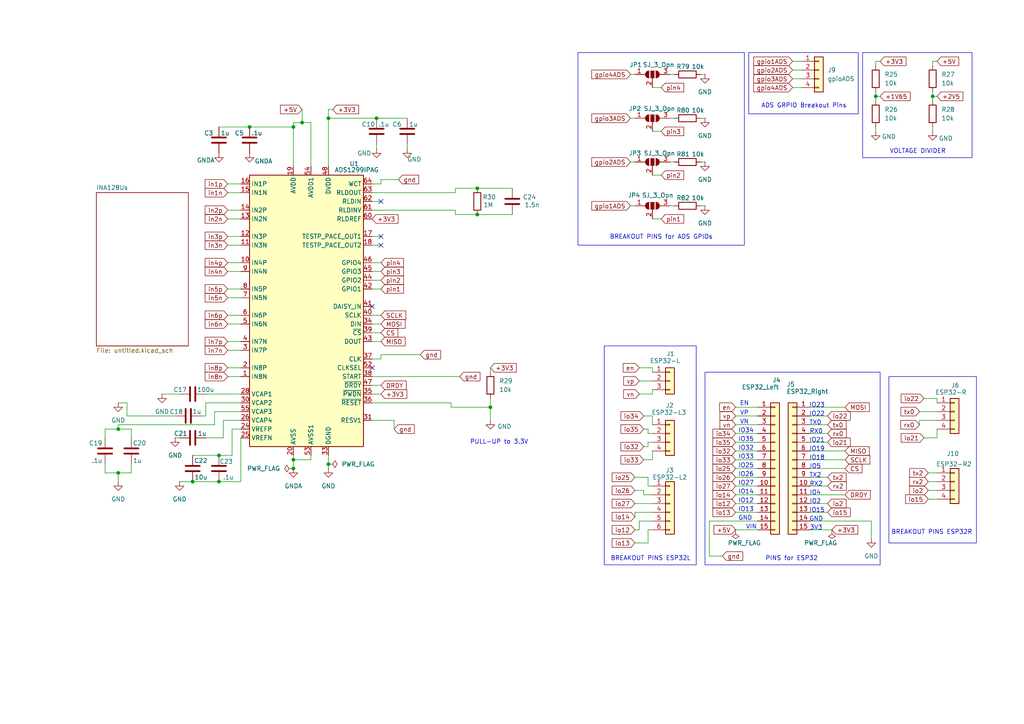
<source format=kicad_sch>
(kicad_sch (version 20231120) (generator "eeschema") (generator_version "8.0")
  (paper "A4")
  (lib_symbols
    (symbol "Analog_ADC:ADS1298xPAG"
      (property "Reference" "U" (at -16.51 44.45 0))
      (property "Value" "ADS1298xPAG" (at 6.35 44.45 0))
      (symbol "ADS1298xPAG_1_1"
        (pin input line (at -20.32 -15.24 0) (length 2.54) (name "IN8N") (number "1"))
        (pin input line (at -20.32 17.78 0) (length 2.54) (name "IN4P") (number "10"))
        (pin input line (at -20.32 22.86 0) (length 2.54) (name "IN3N") (number "11"))
        (pin input line (at -20.32 25.4 0) (length 2.54) (name "IN3P") (number "12"))
        (pin input line (at -20.32 30.48 0) (length 2.54) (name "IN2N") (number "13"))
        (pin input line (at -20.32 33.02 0) (length 2.54) (name "IN2P") (number "14"))
        (pin input line (at -20.32 38.1 0) (length 2.54) (name "IN1N") (number "15"))
        (pin input line (at -20.32 40.64 0) (length 2.54) (name "IN1P") (number "16"))
        (pin bidirectional line (at 17.78 25.4 180) (length 2.54) (name "TESTP_PACE_OUT1") (number "17"))
        (pin bidirectional line (at 17.78 22.86 180) (length 2.54) (name "TESTP_PACE_OUT2") (number "18"))
        (pin power_in line (at -5.08 45.72 270) (length 2.54) (name "AVDD") (number "19"))
        (pin input line (at -20.32 -12.7 0) (length 2.54) (name "IN8P") (number "2"))
        (pin power_in line (at -5.08 -38.1 90) (length 2.54) (name "AVSS") (number "20"))
        (pin passive line (at -5.08 45.72 270) (length 2.54) hide (name "AVDD") (number "21"))
        (pin passive line (at -5.08 45.72 270) (length 2.54) hide (name "AVDD") (number "22"))
        (pin passive line (at -5.08 -38.1 90) (length 2.54) hide (name "AVSS") (number "23"))
        (pin passive line (at -20.32 -30.48 0) (length 2.54) (name "VREFP") (number "24"))
        (pin passive line (at -20.32 -33.02 0) (length 2.54) (name "VREFN") (number "25"))
        (pin passive line (at -20.32 -27.94 0) (length 2.54) (name "VCAP4") (number "26"))
        (pin no_connect line (at 15.24 -30.48 180) (length 2.54) hide (name "NC") (number "27"))
        (pin passive line (at -20.32 -20.32 0) (length 2.54) (name "VCAP1") (number "28"))
        (pin no_connect line (at 15.24 -33.02 180) (length 2.54) hide (name "NC") (number "29"))
        (pin input line (at -20.32 -7.62 0) (length 2.54) (name "IN7P") (number "3"))
        (pin passive line (at -20.32 -22.86 0) (length 2.54) (name "VCAP2") (number "30"))
        (pin input line (at 17.78 -27.94 180) (length 2.54) (name "RESV1") (number "31"))
        (pin passive line (at -5.08 -38.1 90) (length 2.54) hide (name "AVSS") (number "32"))
        (pin power_in line (at 5.08 -38.1 90) (length 2.54) (name "DGND") (number "33"))
        (pin input line (at 17.78 0 180) (length 2.54) (name "DIN") (number "34"))
        (pin input line (at 17.78 -20.32 180) (length 2.54) (name "~{PWDN}") (number "35"))
        (pin input line (at 17.78 -22.86 180) (length 2.54) (name "~{RESET}") (number "36"))
        (pin bidirectional line (at 17.78 -10.16 180) (length 2.54) (name "CLK") (number "37"))
        (pin input line (at 17.78 -15.24 180) (length 2.54) (name "START") (number "38"))
        (pin input line (at 17.78 -2.54 180) (length 2.54) (name "~{CS}") (number "39"))
        (pin input line (at -20.32 -5.08 0) (length 2.54) (name "IN7N") (number "4"))
        (pin input line (at 17.78 2.54 180) (length 2.54) (name "SCLK") (number "40"))
        (pin input line (at 17.78 5.08 180) (length 2.54) (name "DAISY_IN") (number "41"))
        (pin bidirectional line (at 17.78 10.16 180) (length 2.54) (name "GPIO1") (number "42"))
        (pin output line (at 17.78 -5.08 180) (length 2.54) (name "DOUT") (number "43"))
        (pin bidirectional line (at 17.78 12.7 180) (length 2.54) (name "GPIO2") (number "44"))
        (pin bidirectional line (at 17.78 15.24 180) (length 2.54) (name "GPIO3") (number "45"))
        (pin bidirectional line (at 17.78 17.78 180) (length 2.54) (name "GPIO4") (number "46"))
        (pin output line (at 17.78 -17.78 180) (length 2.54) (name "~{DRDY}") (number "47"))
        (pin power_in line (at 5.08 45.72 270) (length 2.54) (name "DVDD") (number "48"))
        (pin passive line (at 5.08 -38.1 90) (length 2.54) hide (name "DGND") (number "49"))
        (pin input line (at -20.32 0 0) (length 2.54) (name "IN6N") (number "5"))
        (pin passive line (at 5.08 45.72 270) (length 2.54) hide (name "DVDD") (number "50"))
        (pin passive line (at 5.08 -38.1 90) (length 2.54) hide (name "DGND") (number "51"))
        (pin input line (at 17.78 -12.7 180) (length 2.54) (name "CLKSEL") (number "52"))
        (pin power_in line (at 0 -38.1 90) (length 2.54) (name "AVSS1") (number "53"))
        (pin power_in line (at 0 45.72 270) (length 2.54) (name "AVDD1") (number "54"))
        (pin passive line (at -20.32 -25.4 0) (length 2.54) (name "VCAP3") (number "55"))
        (pin passive line (at -5.08 45.72 270) (length 2.54) hide (name "AVDD") (number "56"))
        (pin passive line (at -5.08 -38.1 90) (length 2.54) hide (name "AVSS") (number "57"))
        (pin passive line (at -5.08 -38.1 90) (length 2.54) hide (name "AVSS") (number "58"))
        (pin passive line (at -5.08 45.72 270) (length 2.54) hide (name "AVDD") (number "59"))
        (pin input line (at -20.32 2.54 0) (length 2.54) (name "IN6P") (number "6"))
        (pin input line (at 17.78 30.48 180) (length 2.54) (name "RLDREF") (number "60"))
        (pin input line (at 17.78 33.02 180) (length 2.54) (name "RLDINV") (number "61"))
        (pin input line (at 17.78 35.56 180) (length 2.54) (name "RLDIN") (number "62"))
        (pin output line (at 17.78 38.1 180) (length 2.54) (name "RLDOUT") (number "63"))
        (pin output line (at 17.78 40.64 180) (length 2.54) (name "WCT") (number "64"))
        (pin input line (at -20.32 7.62 0) (length 2.54) (name "IN5N") (number "7"))
        (pin input line (at -20.32 10.16 0) (length 2.54) (name "IN5P") (number "8"))
        (pin input line (at -20.32 15.24 0) (length 2.54) (name "IN4N") (number "9"))
      )
    )
    (symbol "Connector_Generic:Conn_01x03" (pin_names (offset 1.016) hide)
      (property "Reference" "J" (at 0 5.08 0))
      (property "Value" "Conn_01x03" (at 0 -5.08 0))
      (symbol "Conn_01x03_1_1"
        (pin passive line (at -5.08 2.54 0) (length 3.81) (name "Pin_1") (number "1"))
        (pin passive line (at -5.08 0 0) (length 3.81) (name "Pin_2") (number "2"))
        (pin passive line (at -5.08 -2.54 0) (length 3.81) (name "Pin_3") (number "3"))
      )
    )
    (symbol "Connector_Generic:Conn_01x04" (pin_names (offset 1.016) hide)
      (property "Reference" "J" (at 0 5.08 0))
      (property "Value" "Conn_01x04" (at 0 -7.62 0))
      (symbol "Conn_01x04_1_1"
        (pin passive line (at -5.08 2.54 0) (length 3.81) (name "Pin_1") (number "1"))
        (pin passive line (at -5.08 0 0) (length 3.81) (name "Pin_2") (number "2"))
        (pin passive line (at -5.08 -2.54 0) (length 3.81) (name "Pin_3") (number "3"))
        (pin passive line (at -5.08 -5.08 0) (length 3.81) (name "Pin_4") (number "4"))
      )
    )
    (symbol "Connector_Generic:Conn_01x06" (pin_names (offset 1.016) hide)
      (property "Reference" "J" (at 0 7.62 0))
      (property "Value" "Conn_01x06" (at 0 -10.16 0))
      (symbol "Conn_01x06_1_1"
        (pin passive line (at -5.08 5.08 0) (length 3.81) (name "Pin_1") (number "1"))
        (pin passive line (at -5.08 2.54 0) (length 3.81) (name "Pin_2") (number "2"))
        (pin passive line (at -5.08 0 0) (length 3.81) (name "Pin_3") (number "3"))
        (pin passive line (at -5.08 -2.54 0) (length 3.81) (name "Pin_4") (number "4"))
        (pin passive line (at -5.08 -5.08 0) (length 3.81) (name "Pin_5") (number "5"))
        (pin passive line (at -5.08 -7.62 0) (length 3.81) (name "Pin_6") (number "6"))
      )
    )
    (symbol "Connector_Generic:Conn_01x15" (pin_names (offset 1.016) hide)
      (property "Reference" "J" (at 0 20.32 0))
      (property "Value" "Conn_01x15" (at 0 -20.32 0))
      (symbol "Conn_01x15_1_1"
        (pin passive line (at -5.08 17.78 0) (length 3.81) (name "Pin_1") (number "1"))
        (pin passive line (at -5.08 -5.08 0) (length 3.81) (name "Pin_10") (number "10"))
        (pin passive line (at -5.08 -7.62 0) (length 3.81) (name "Pin_11") (number "11"))
        (pin passive line (at -5.08 -10.16 0) (length 3.81) (name "Pin_12") (number "12"))
        (pin passive line (at -5.08 -12.7 0) (length 3.81) (name "Pin_13") (number "13"))
        (pin passive line (at -5.08 -15.24 0) (length 3.81) (name "Pin_14") (number "14"))
        (pin passive line (at -5.08 -17.78 0) (length 3.81) (name "Pin_15") (number "15"))
        (pin passive line (at -5.08 15.24 0) (length 3.81) (name "Pin_2") (number "2"))
        (pin passive line (at -5.08 12.7 0) (length 3.81) (name "Pin_3") (number "3"))
        (pin passive line (at -5.08 10.16 0) (length 3.81) (name "Pin_4") (number "4"))
        (pin passive line (at -5.08 7.62 0) (length 3.81) (name "Pin_5") (number "5"))
        (pin passive line (at -5.08 5.08 0) (length 3.81) (name "Pin_6") (number "6"))
        (pin passive line (at -5.08 2.54 0) (length 3.81) (name "Pin_7") (number "7"))
        (pin passive line (at -5.08 0 0) (length 3.81) (name "Pin_8") (number "8"))
        (pin passive line (at -5.08 -2.54 0) (length 3.81) (name "Pin_9") (number "9"))
      )
    )
    (symbol "Device:C" (pin_numbers hide) (pin_names (offset 0.254))
      (property "Reference" "C" (at 0.635 2.54 0))
      (property "Value" "C" (at 0.635 -2.54 0))
      (symbol "C_1_1"
        (pin passive line (at 0 3.81 270) (length 2.794) (name "~") (number "1"))
        (pin passive line (at 0 -3.81 90) (length 2.794) (name "~") (number "2"))
      )
    )
    (symbol "Device:R" (pin_numbers hide) (pin_names (offset 0))
      (property "Reference" "R" (at 2.032 0 90))
      (property "Value" "R" (at 0 0 90))
      (symbol "R_1_1"
        (pin passive line (at 0 3.81 270) (length 1.27) (name "~") (number "1"))
        (pin passive line (at 0 -3.81 90) (length 1.27) (name "~") (number "2"))
      )
    )
    (symbol "Jumper:SolderJumper_3_Open" (pin_names (offset 0) hide) (exclude_from_sim yes) (in_bom no)
      (property "Reference" "JP" (at -2.54 -2.54 0))
      (property "Value" "SolderJumper_3_Open" (at 0 2.794 0))
      (symbol "SolderJumper_3_Open_1_1"
        (pin passive line (at -5.08 0 0) (length 2.54) (name "A") (number "1"))
        (pin passive line (at 0 -3.81 90) (length 2.54) (name "C") (number "2"))
        (pin passive line (at 5.08 0 180) (length 2.54) (name "B") (number "3"))
      )
    )
    (symbol "power:GND" (power) (pin_numbers hide) (pin_names (offset 0) hide)
      (property "Value" "GND" (at 0 -3.81 0))
      (symbol "GND_1_1"
        (pin power_in line (at 0 0 270) (length 0) (name "~") (number "1"))
      )
    )
    (symbol "power:GNDA" (power) (pin_numbers hide) (pin_names (offset 0) hide)
      (property "Value" "GNDA" (at 0 -3.81 0))
      (symbol "GNDA_1_1"
        (pin power_in line (at 0 0 270) (length 0) (name "~") (number "1"))
      )
    )
    (symbol "power:PWR_FLAG" (power) (pin_numbers hide) (pin_names (offset 0) hide)
      (property "Value" "PWR_FLAG" (at 0 3.81 0))
      (symbol "PWR_FLAG_0_0"
        (pin power_out line (at 0 0 90) (length 0) (name "~") (number "1"))
      )
    )
  )
  (junction (at 87.63 35.56))
  (junction (at 34.29 124.46))
  (junction (at 142.24 118.11))
  (junction (at 34.29 137.16))
  (junction (at 63.5 139.7))
  (junction (at 254 27.94))
  (junction (at 95.25 134.62))
  (junction (at 85.09 36.83))
  (junction (at 270.51 27.94))
  (junction (at 55.88 139.7))
  (junction (at 138.43 54.61))
  (junction (at 72.39 36.83))
  (junction (at 85.09 133.35))
  (junction (at 109.22 34.29))
  (junction (at 63.5 132.08))
  (junction (at 95.25 34.29))
  (junction (at 85.09 135.89))
  (junction (at 138.43 62.23))
  (no_connect (at 107.95 106.68))
  (no_connect (at 107.95 88.9))
  (no_connect (at 110.49 58.42))
  (no_connect (at 110.49 68.58))
  (no_connect (at 110.49 71.12))
  (wire (pts (xy 269.24 142.24) (xy 271.78 142.24)))
  (wire (pts (xy 194.31 59.69) (xy 195.58 59.69)))
  (wire (pts (xy 36.83 120.65) (xy 36.83 116.84)))
  (wire (pts (xy 189.23 128.27) (xy 187.96 128.27)))
  (wire (pts (xy 187.96 128.27) (xy 187.96 129.54)))
  (wire (pts (xy 107.95 109.22) (xy 133.35 109.22)))
  (wire (pts (xy 66.04 76.2) (xy 69.85 76.2)))
  (wire (pts (xy 189.23 133.35) (xy 186.69 133.35)))
  (wire (pts (xy 205.74 151.13) (xy 205.74 161.29)))
  (wire (pts (xy 85.09 36.83) (xy 85.09 48.26)))
  (wire (pts (xy 66.04 63.5) (xy 69.85 63.5)))
  (wire (pts (xy 132.08 55.88) (xy 132.08 54.61)))
  (wire (pts (xy 110.49 52.07) (xy 115.57 52.07)))
  (wire (pts (xy 130.81 118.11) (xy 142.24 118.11)))
  (wire (pts (xy 270.51 26.67) (xy 270.51 27.94)))
  (wire (pts (xy 69.85 127) (xy 69.85 139.7)))
  (wire (pts (xy 107.95 91.44) (xy 110.49 91.44)))
  (wire (pts (xy 270.51 17.78) (xy 271.78 17.78)))
  (wire (pts (xy 64.77 121.92) (xy 69.85 121.92)))
  (wire (pts (xy 107.95 78.74) (xy 110.49 78.74)))
  (wire (pts (xy 184.15 153.67) (xy 185.42 153.67)))
  (wire (pts (xy 121.92 102.87) (xy 110.49 102.87)))
  (wire (pts (xy 30.48 134.62) (xy 30.48 137.16)))
  (wire (pts (xy 63.5 139.7) (xy 69.85 139.7)))
  (wire (pts (xy 66.04 68.58) (xy 69.85 68.58)))
  (wire (pts (xy 107.95 83.82) (xy 110.49 83.82)))
  (wire (pts (xy 34.29 123.19) (xy 62.23 123.19)))
  (wire (pts (xy 130.81 116.84) (xy 130.81 118.11)))
  (wire (pts (xy 185.42 110.49) (xy 189.23 110.49)))
  (wire (pts (xy 271.78 121.92) (xy 266.7 121.92)))
  (wire (pts (xy 107.95 114.3) (xy 110.49 114.3)))
  (wire (pts (xy 95.25 132.08) (xy 95.25 134.62)))
  (wire (pts (xy 66.04 78.74) (xy 69.85 78.74)))
  (wire (pts (xy 189.23 50.8) (xy 191.77 50.8)))
  (wire (pts (xy 72.39 36.83) (xy 85.09 36.83)))
  (wire (pts (xy 213.36 148.59) (xy 219.71 148.59)))
  (wire (pts (xy 234.95 125.73) (xy 240.03 125.73)))
  (wire (pts (xy 114.3 121.92) (xy 107.95 121.92)))
  (wire (pts (xy 142.24 115.57) (xy 142.24 118.11)))
  (wire (pts (xy 107.95 96.52) (xy 110.49 96.52)))
  (wire (pts (xy 107.95 93.98) (xy 110.49 93.98)))
  (wire (pts (xy 213.36 138.43) (xy 219.71 138.43)))
  (wire (pts (xy 38.1 137.16) (xy 38.1 134.62)))
  (wire (pts (xy 267.97 115.57) (xy 271.78 115.57)))
  (wire (pts (xy 59.69 116.84) (xy 69.85 116.84)))
  (wire (pts (xy 118.11 43.18) (xy 118.11 41.91)))
  (wire (pts (xy 271.78 124.46) (xy 271.78 127)))
  (wire (pts (xy 234.95 120.65) (xy 240.03 120.65)))
  (wire (pts (xy 114.3 124.46) (xy 114.3 121.92)))
  (wire (pts (xy 52.07 139.7) (xy 55.88 139.7)))
  (wire (pts (xy 185.42 114.3) (xy 189.23 114.3)))
  (wire (pts (xy 241.3 153.67) (xy 234.95 153.67)))
  (wire (pts (xy 59.69 120.65) (xy 59.69 116.84)))
  (wire (pts (xy 95.25 31.75) (xy 96.52 31.75)))
  (wire (pts (xy 184.15 146.05) (xy 189.23 146.05)))
  (wire (pts (xy 64.77 127) (xy 64.77 121.92)))
  (wire (pts (xy 254 36.83) (xy 254 38.1)))
  (wire (pts (xy 55.88 132.08) (xy 63.5 132.08)))
  (wire (pts (xy 66.04 91.44) (xy 69.85 91.44)))
  (wire (pts (xy 66.04 101.6) (xy 69.85 101.6)))
  (wire (pts (xy 213.36 130.81) (xy 219.71 130.81)))
  (wire (pts (xy 234.95 151.13) (xy 252.73 151.13)))
  (wire (pts (xy 266.7 119.38) (xy 271.78 119.38)))
  (wire (pts (xy 271.78 127) (xy 267.97 127)))
  (wire (pts (xy 189.23 25.4) (xy 191.77 25.4)))
  (wire (pts (xy 269.24 144.78) (xy 271.78 144.78)))
  (wire (pts (xy 194.31 21.59) (xy 195.58 21.59)))
  (wire (pts (xy 90.17 133.35) (xy 85.09 133.35)))
  (wire (pts (xy 46.99 114.3) (xy 52.07 114.3)))
  (wire (pts (xy 189.23 106.68) (xy 189.23 107.95)))
  (wire (pts (xy 142.24 118.11) (xy 142.24 121.92)))
  (wire (pts (xy 254 17.78) (xy 255.27 17.78)))
  (wire (pts (xy 95.25 34.29) (xy 95.25 48.26)))
  (wire (pts (xy 187.96 157.48) (xy 187.96 153.67)))
  (wire (pts (xy 269.24 137.16) (xy 271.78 137.16)))
  (wire (pts (xy 184.15 148.59) (xy 189.23 148.59)))
  (wire (pts (xy 213.36 123.19) (xy 219.71 123.19)))
  (wire (pts (xy 187.96 129.54) (xy 186.69 129.54)))
  (wire (pts (xy 187.96 153.67) (xy 189.23 153.67)))
  (wire (pts (xy 234.95 140.97) (xy 240.03 140.97)))
  (wire (pts (xy 203.2 34.29) (xy 204.47 34.29)))
  (wire (pts (xy 87.63 35.56) (xy 90.17 35.56)))
  (wire (pts (xy 66.04 109.22) (xy 69.85 109.22)))
  (wire (pts (xy 90.17 35.56) (xy 90.17 48.26)))
  (wire (pts (xy 90.17 132.08) (xy 90.17 133.35)))
  (wire (pts (xy 229.87 20.32) (xy 232.41 20.32)))
  (wire (pts (xy 85.09 133.35) (xy 85.09 132.08)))
  (wire (pts (xy 38.1 127) (xy 38.1 124.46)))
  (wire (pts (xy 34.29 123.19) (xy 34.29 124.46)))
  (wire (pts (xy 66.04 60.96) (xy 69.85 60.96)))
  (wire (pts (xy 213.36 143.51) (xy 219.71 143.51)))
  (wire (pts (xy 132.08 54.61) (xy 138.43 54.61)))
  (wire (pts (xy 229.87 25.4) (xy 232.41 25.4)))
  (wire (pts (xy 234.95 138.43) (xy 240.03 138.43)))
  (wire (pts (xy 85.09 135.89) (xy 85.09 133.35)))
  (wire (pts (xy 107.95 71.12) (xy 110.49 71.12)))
  (wire (pts (xy 59.69 127) (xy 64.77 127)))
  (wire (pts (xy 142.24 106.68) (xy 142.24 107.95)))
  (wire (pts (xy 132.08 62.23) (xy 138.43 62.23)))
  (wire (pts (xy 110.49 52.07) (xy 110.49 53.34)))
  (wire (pts (xy 266.7 121.92) (xy 266.7 123.19)))
  (wire (pts (xy 95.25 31.75) (xy 95.25 34.29)))
  (wire (pts (xy 187.96 140.97) (xy 189.23 140.97)))
  (wire (pts (xy 67.31 132.08) (xy 63.5 132.08)))
  (wire (pts (xy 213.36 125.73) (xy 219.71 125.73)))
  (wire (pts (xy 107.95 116.84) (xy 130.81 116.84)))
  (wire (pts (xy 270.51 27.94) (xy 270.51 29.21)))
  (wire (pts (xy 213.36 140.97) (xy 219.71 140.97)))
  (wire (pts (xy 254 27.94) (xy 255.27 27.94)))
  (wire (pts (xy 203.2 21.59) (xy 204.47 21.59)))
  (wire (pts (xy 234.95 146.05) (xy 240.03 146.05)))
  (wire (pts (xy 213.36 153.67) (xy 219.71 153.67)))
  (wire (pts (xy 67.31 124.46) (xy 67.31 132.08)))
  (wire (pts (xy 107.95 60.96) (xy 132.08 60.96)))
  (wire (pts (xy 213.36 120.65) (xy 219.71 120.65)))
  (wire (pts (xy 271.78 115.57) (xy 271.78 116.84)))
  (wire (pts (xy 189.23 123.19) (xy 189.23 120.65)))
  (wire (pts (xy 66.04 55.88) (xy 69.85 55.88)))
  (wire (pts (xy 187.96 138.43) (xy 187.96 140.97)))
  (wire (pts (xy 234.95 143.51) (xy 245.11 143.51)))
  (wire (pts (xy 107.95 104.14) (xy 110.49 104.14)))
  (wire (pts (xy 213.36 135.89) (xy 219.71 135.89)))
  (wire (pts (xy 34.29 137.16) (xy 34.29 139.7)))
  (wire (pts (xy 36.83 120.65) (xy 50.8 120.65)))
  (wire (pts (xy 189.23 114.3) (xy 189.23 113.03)))
  (wire (pts (xy 234.95 130.81) (xy 245.11 130.81)))
  (wire (pts (xy 107.95 111.76) (xy 110.49 111.76)))
  (wire (pts (xy 252.73 151.13) (xy 252.73 156.21)))
  (wire (pts (xy 189.23 38.1) (xy 191.77 38.1)))
  (wire (pts (xy 138.43 54.61) (xy 148.59 54.61)))
  (wire (pts (xy 66.04 71.12) (xy 69.85 71.12)))
  (wire (pts (xy 107.95 58.42) (xy 110.49 58.42)))
  (wire (pts (xy 213.36 146.05) (xy 219.71 146.05)))
  (wire (pts (xy 132.08 60.96) (xy 132.08 62.23)))
  (wire (pts (xy 36.83 116.84) (xy 34.29 116.84)))
  (wire (pts (xy 50.8 127) (xy 52.07 127)))
  (wire (pts (xy 234.95 123.19) (xy 240.03 123.19)))
  (wire (pts (xy 34.29 124.46) (xy 30.48 124.46)))
  (wire (pts (xy 107.95 55.88) (xy 132.08 55.88)))
  (wire (pts (xy 107.95 76.2) (xy 110.49 76.2)))
  (wire (pts (xy 30.48 137.16) (xy 34.29 137.16)))
  (wire (pts (xy 254 26.67) (xy 254 27.94)))
  (wire (pts (xy 184.15 138.43) (xy 187.96 138.43)))
  (wire (pts (xy 234.95 133.35) (xy 245.11 133.35)))
  (wire (pts (xy 107.95 99.06) (xy 110.49 99.06)))
  (wire (pts (xy 245.11 118.11) (xy 234.95 118.11)))
  (wire (pts (xy 138.43 62.23) (xy 148.59 62.23)))
  (wire (pts (xy 185.42 151.13) (xy 189.23 151.13)))
  (wire (pts (xy 85.09 35.56) (xy 87.63 35.56)))
  (wire (pts (xy 107.95 68.58) (xy 110.49 68.58)))
  (wire (pts (xy 95.25 134.62) (xy 95.25 135.89)))
  (wire (pts (xy 66.04 83.82) (xy 69.85 83.82)))
  (wire (pts (xy 234.95 135.89) (xy 245.11 135.89)))
  (wire (pts (xy 254 19.05) (xy 254 17.78)))
  (wire (pts (xy 182.88 46.99) (xy 184.15 46.99)))
  (wire (pts (xy 34.29 137.16) (xy 38.1 137.16)))
  (wire (pts (xy 229.87 22.86) (xy 232.41 22.86)))
  (wire (pts (xy 182.88 21.59) (xy 184.15 21.59)))
  (wire (pts (xy 59.69 114.3) (xy 69.85 114.3)))
  (wire (pts (xy 107.95 81.28) (xy 110.49 81.28)))
  (wire (pts (xy 234.95 128.27) (xy 240.03 128.27)))
  (wire (pts (xy 110.49 102.87) (xy 110.49 104.14)))
  (wire (pts (xy 185.42 153.67) (xy 185.42 151.13)))
  (wire (pts (xy 55.88 139.7) (xy 63.5 139.7)))
  (wire (pts (xy 38.1 124.46) (xy 34.29 124.46)))
  (wire (pts (xy 30.48 127) (xy 30.48 124.46)))
  (wire (pts (xy 189.23 120.65) (xy 186.69 120.65)))
  (wire (pts (xy 186.69 143.51) (xy 189.23 143.51)))
  (wire (pts (xy 109.22 43.18) (xy 109.22 41.91)))
  (wire (pts (xy 58.42 120.65) (xy 59.69 120.65)))
  (wire (pts (xy 189.23 130.81) (xy 189.23 133.35)))
  (wire (pts (xy 69.85 124.46) (xy 67.31 124.46)))
  (wire (pts (xy 270.51 19.05) (xy 270.51 17.78)))
  (wire (pts (xy 110.49 53.34) (xy 107.95 53.34)))
  (wire (pts (xy 213.36 128.27) (xy 219.71 128.27)))
  (wire (pts (xy 229.87 17.78) (xy 232.41 17.78)))
  (wire (pts (xy 254 27.94) (xy 254 29.21)))
  (wire (pts (xy 213.36 118.11) (xy 219.71 118.11)))
  (wire (pts (xy 87.63 31.75) (xy 87.63 35.56)))
  (wire (pts (xy 66.04 93.98) (xy 69.85 93.98)))
  (wire (pts (xy 182.88 34.29) (xy 184.15 34.29)))
  (wire (pts (xy 213.36 133.35) (xy 219.71 133.35)))
  (wire (pts (xy 63.5 36.83) (xy 72.39 36.83)))
  (wire (pts (xy 189.23 63.5) (xy 191.77 63.5)))
  (wire (pts (xy 270.51 27.94) (xy 271.78 27.94)))
  (wire (pts (xy 85.09 35.56) (xy 85.09 36.83)))
  (wire (pts (xy 205.74 161.29) (xy 209.55 161.29)))
  (wire (pts (xy 270.51 36.83) (xy 270.51 38.1)))
  (wire (pts (xy 184.15 157.48) (xy 187.96 157.48)))
  (wire (pts (xy 234.95 148.59) (xy 240.03 148.59)))
  (wire (pts (xy 205.74 151.13) (xy 219.71 151.13)))
  (wire (pts (xy 269.24 139.7) (xy 271.78 139.7)))
  (wire (pts (xy 185.42 106.68) (xy 189.23 106.68)))
  (wire (pts (xy 187.96 125.73) (xy 187.96 124.46)))
  (wire (pts (xy 203.2 46.99) (xy 204.47 46.99)))
  (wire (pts (xy 62.23 119.38) (xy 62.23 123.19)))
  (wire (pts (xy 95.25 34.29) (xy 109.22 34.29)))
  (wire (pts (xy 184.15 142.24) (xy 186.69 142.24)))
  (wire (pts (xy 66.04 86.36) (xy 69.85 86.36)))
  (wire (pts (xy 66.04 99.06) (xy 69.85 99.06)))
  (wire (pts (xy 109.22 34.29) (xy 118.11 34.29)))
  (wire (pts (xy 194.31 34.29) (xy 195.58 34.29)))
  (wire (pts (xy 186.69 142.24) (xy 186.69 143.51)))
  (wire (pts (xy 66.04 53.34) (xy 69.85 53.34)))
  (wire (pts (xy 194.31 46.99) (xy 195.58 46.99)))
  (wire (pts (xy 187.96 124.46) (xy 186.69 124.46)))
  (wire (pts (xy 184.15 149.86) (xy 184.15 148.59)))
  (wire (pts (xy 203.2 59.69) (xy 204.47 59.69)))
  (wire (pts (xy 69.85 119.38) (xy 62.23 119.38)))
  (wire (pts (xy 189.23 125.73) (xy 187.96 125.73)))
  (wire (pts (xy 182.88 59.69) (xy 184.15 59.69)))
  (wire (pts (xy 66.04 106.68) (xy 69.85 106.68)))
  (rectangle (start 250.19 15.24) (end 281.94 45.72))
  (rectangle (start 167.64 15.24) (end 215.9 71.12))
  (rectangle (start 217.17 15.24) (end 248.92 33.02))
  (rectangle (start 204.47 107.95) (end 255.27 163.83))
  (rectangle (start 175.26 100.33) (end 201.93 163.83))
  (rectangle (start 257.81 109.22) (end 283.21 157.48))
  (text "IO19" (at 236.982 130.302 0) (effects (font (size 1.27 1.27))))
  (text "IO21" (at 236.982 127.762 0) (effects (font (size 1.27 1.27))))
  (text "IO4" (at 236.474 143.002 0) (effects (font (size 1.27 1.27))))
  (text "IO15" (at 236.982 148.082 0) (effects (font (size 1.27 1.27))))
  (text "IO34" (at 216.408 124.968 0) (effects (font (size 1.27 1.27))))
  (text "IO33" (at 216.408 132.588 0) (effects (font (size 1.27 1.27))))
  (text "IO26" (at 216.408 137.668 0) (effects (font (size 1.27 1.27))))
  (text "PINS for ESP32" (at 229.616 162.052 0) (effects (font (size 1.27 1.27))))
  (text "VP" (at 215.9 119.888 0) (effects (font (size 1.27 1.27))))
  (text "TX0" (at 236.474 122.682 0) (effects (font (size 1.27 1.27))))
  (text "BREAKOUT PINS ESP32R" (at 270.256 154.432 0) (effects (font (size 1.27 1.27))))
  (text "IO2" (at 236.474 145.542 0) (effects (font (size 1.27 1.27))))
  (text "IO18" (at 236.982 132.842 0) (effects (font (size 1.27 1.27))))
  (text "IO27" (at 216.408 140.208 0) (effects (font (size 1.27 1.27))))
  (text "BREAKOUT PINS ESP32L" (at 188.722 162.052 0) (effects (font (size 1.27 1.27))))
  (text "VN" (at 215.9 122.428 0) (effects (font (size 1.27 1.27))))
  (text "TX2" (at 236.474 137.922 0) (effects (font (size 1.27 1.27))))
  (text "IO13" (at 216.408 147.828 0) (effects (font (size 1.27 1.27))))
  (text "IO25" (at 216.408 135.128 0) (effects (font (size 1.27 1.27))))
  (text "GND" (at 236.728 150.622 0) (effects (font (size 1.27 1.27))))
  (text "BREAKOUT PINS for ADS GPIOs" (at 191.77 68.834 0) (effects (font (size 1.27 1.27))))
  (text "VOLTAGE DIVIDER" (at 266.192 43.942 0) (effects (font (size 1.27 1.27))))
  (text "IO32" (at 216.408 130.048 0) (effects (font (size 1.27 1.27))))
  (text "IO22" (at 236.982 120.142 0) (effects (font (size 1.27 1.27))))
  (text "RX0" (at 236.728 125.222 0) (effects (font (size 1.27 1.27))))
  (text "IO23" (at 236.982 117.602 0) (effects (font (size 1.27 1.27))))
  (text "IO35" (at 216.408 127.508 0) (effects (font (size 1.27 1.27))))
  (text "PULL-UP to 3.3V" (at 144.78 128.27 0) (effects (font (size 1.27 1.27))))
  (text "GND" (at 216.154 150.368 0) (effects (font (size 1.27 1.27))))
  (text "VIN" (at 217.932 152.908 0) (effects (font (size 1.27 1.27))))
  (text "EN" (at 215.9 117.094 0) (effects (font (size 1.27 1.27))))
  (text "IO14" (at 216.408 142.748 0) (effects (font (size 1.27 1.27))))
  (text "IO5" (at 236.474 135.382 0) (effects (font (size 1.27 1.27))))
  (text "ADS GRPIO Breakout Pins" (at 233.172 30.734 0) (effects (font (size 1.27 1.27))))
  (text "3V3" (at 236.728 153.162 0) (effects (font (size 1.27 1.27))))
  (text "RX2" (at 236.728 140.462 0) (effects (font (size 1.27 1.27))))
  (text "IO12" (at 216.408 145.288 0) (effects (font (size 1.27 1.27))))
  (global_label "in1n" (shape input) (at 66.04 55.88 180) (property "Intersheetrefs" "${INTERSHEET_REFS}" (effects (hide yes))))
  (global_label "io22" (shape input) (at 267.97 115.57 180) (property "Intersheetrefs" "${INTERSHEET_REFS}" (effects (hide yes))))
  (global_label "pin2" (shape input) (at 110.49 81.28 0) (property "Intersheetrefs" "${INTERSHEET_REFS}" (effects (hide yes))))
  (global_label "io14" (shape input) (at 184.15 149.86 180) (property "Intersheetrefs" "${INTERSHEET_REFS}" (effects (hide yes))))
  (global_label "+3V3" (shape input) (at 96.52 31.75 0) (property "Intersheetrefs" "${INTERSHEET_REFS}" (effects (hide yes))))
  (global_label "pin4" (shape input) (at 110.49 76.2 0) (property "Intersheetrefs" "${INTERSHEET_REFS}" (effects (hide yes))))
  (global_label "pin3" (shape input) (at 191.77 38.1 0) (property "Intersheetrefs" "${INTERSHEET_REFS}" (effects (hide yes))))
  (global_label "gpio2ADS" (shape input) (at 182.88 46.99 180) (property "Intersheetrefs" "${INTERSHEET_REFS}" (effects (hide yes))))
  (global_label "CS" (shape input) (at 245.11 135.89 0) (property "Intersheetrefs" "${INTERSHEET_REFS}" (effects (hide yes))))
  (global_label "io2" (shape input) (at 269.24 142.24 180) (property "Intersheetrefs" "${INTERSHEET_REFS}" (effects (hide yes))))
  (global_label "DRDY" (shape input) (at 245.11 143.51 0) (property "Intersheetrefs" "${INTERSHEET_REFS}" (effects (hide yes))))
  (global_label "gnd" (shape input) (at 114.3 124.46 0) (property "Intersheetrefs" "${INTERSHEET_REFS}" (effects (hide yes))))
  (global_label "+2V5" (shape input) (at 271.78 27.94 0) (property "Intersheetrefs" "${INTERSHEET_REFS}" (effects (hide yes))))
  (global_label "en" (shape input) (at 185.42 106.68 180) (property "Intersheetrefs" "${INTERSHEET_REFS}" (effects (hide yes))))
  (global_label "vn" (shape input) (at 185.42 114.3 180) (property "Intersheetrefs" "${INTERSHEET_REFS}" (effects (hide yes))))
  (global_label "gpio2ADS" (shape input) (at 229.87 20.32 180) (property "Intersheetrefs" "${INTERSHEET_REFS}" (effects (hide yes))))
  (global_label "io13" (shape input) (at 213.36 148.59 180) (property "Intersheetrefs" "${INTERSHEET_REFS}" (effects (hide yes))))
  (global_label "in6p" (shape input) (at 66.04 91.44 180) (property "Intersheetrefs" "${INTERSHEET_REFS}" (effects (hide yes))))
  (global_label "+5V" (shape input) (at 213.36 153.67 180) (property "Intersheetrefs" "${INTERSHEET_REFS}" (effects (hide yes))))
  (global_label "pin4" (shape input) (at 191.77 25.4 0) (property "Intersheetrefs" "${INTERSHEET_REFS}" (effects (hide yes))))
  (global_label "+5V" (shape input) (at 271.78 17.78 0) (property "Intersheetrefs" "${INTERSHEET_REFS}" (effects (hide yes))))
  (global_label "pin1" (shape input) (at 110.49 83.82 0) (property "Intersheetrefs" "${INTERSHEET_REFS}" (effects (hide yes))))
  (global_label "DRDY" (shape input) (at 110.49 111.76 0) (property "Intersheetrefs" "${INTERSHEET_REFS}" (effects (hide yes))))
  (global_label "io35" (shape input) (at 186.69 124.46 180) (property "Intersheetrefs" "${INTERSHEET_REFS}" (effects (hide yes))))
  (global_label "in4p" (shape input) (at 66.04 76.2 180) (property "Intersheetrefs" "${INTERSHEET_REFS}" (effects (hide yes))))
  (global_label "pin2" (shape input) (at 191.77 50.8 0) (property "Intersheetrefs" "${INTERSHEET_REFS}" (effects (hide yes))))
  (global_label "io32" (shape input) (at 186.69 129.54 180) (property "Intersheetrefs" "${INTERSHEET_REFS}" (effects (hide yes))))
  (global_label "pin3" (shape input) (at 110.49 78.74 0) (property "Intersheetrefs" "${INTERSHEET_REFS}" (effects (hide yes))))
  (global_label "+3V3" (shape input) (at 241.3 153.67 0) (property "Intersheetrefs" "${INTERSHEET_REFS}" (effects (hide yes))))
  (global_label "in3p" (shape input) (at 66.04 68.58 180) (property "Intersheetrefs" "${INTERSHEET_REFS}" (effects (hide yes))))
  (global_label "in5n" (shape input) (at 66.04 86.36 180) (property "Intersheetrefs" "${INTERSHEET_REFS}" (effects (hide yes))))
  (global_label "in1p" (shape input) (at 66.04 53.34 180) (property "Intersheetrefs" "${INTERSHEET_REFS}" (effects (hide yes))))
  (global_label "MISO" (shape input) (at 110.49 99.06 0) (property "Intersheetrefs" "${INTERSHEET_REFS}" (effects (hide yes))))
  (global_label "+3V3" (shape input) (at 255.27 17.78 0) (property "Intersheetrefs" "${INTERSHEET_REFS}" (effects (hide yes))))
  (global_label "io12" (shape input) (at 213.36 146.05 180) (property "Intersheetrefs" "${INTERSHEET_REFS}" (effects (hide yes))))
  (global_label "io15" (shape input) (at 240.03 148.59 0) (property "Intersheetrefs" "${INTERSHEET_REFS}" (effects (hide yes))))
  (global_label "+1V65" (shape input) (at 255.27 27.94 0) (property "Intersheetrefs" "${INTERSHEET_REFS}" (effects (hide yes))))
  (global_label "+5V" (shape input) (at 87.63 31.75 180) (property "Intersheetrefs" "${INTERSHEET_REFS}" (effects (hide yes))))
  (global_label "io21" (shape input) (at 240.03 128.27 0) (property "Intersheetrefs" "${INTERSHEET_REFS}" (effects (hide yes))))
  (global_label "in8n" (shape input) (at 66.04 109.22 180) (property "Intersheetrefs" "${INTERSHEET_REFS}" (effects (hide yes))))
  (global_label "+3V3" (shape input) (at 110.49 114.3 0) (property "Intersheetrefs" "${INTERSHEET_REFS}" (effects (hide yes))))
  (global_label "pin1" (shape input) (at 191.77 63.5 0) (property "Intersheetrefs" "${INTERSHEET_REFS}" (effects (hide yes))))
  (global_label "rx0" (shape input) (at 240.03 125.73 0) (property "Intersheetrefs" "${INTERSHEET_REFS}" (effects (hide yes))))
  (global_label "gpio4ADS" (shape input) (at 229.87 25.4 180) (property "Intersheetrefs" "${INTERSHEET_REFS}" (effects (hide yes))))
  (global_label "CS" (shape input) (at 110.49 96.52 0) (property "Intersheetrefs" "${INTERSHEET_REFS}" (effects (hide yes))))
  (global_label "in6n" (shape input) (at 66.04 93.98 180) (property "Intersheetrefs" "${INTERSHEET_REFS}" (effects (hide yes))))
  (global_label "in5p" (shape input) (at 66.04 83.82 180) (property "Intersheetrefs" "${INTERSHEET_REFS}" (effects (hide yes))))
  (global_label "MOSI" (shape input) (at 110.49 93.98 0) (property "Intersheetrefs" "${INTERSHEET_REFS}" (effects (hide yes))))
  (global_label "in4n" (shape input) (at 66.04 78.74 180) (property "Intersheetrefs" "${INTERSHEET_REFS}" (effects (hide yes))))
  (global_label "io27" (shape input) (at 184.15 146.05 180) (property "Intersheetrefs" "${INTERSHEET_REFS}" (effects (hide yes))))
  (global_label "vp" (shape input) (at 213.36 120.65 180) (property "Intersheetrefs" "${INTERSHEET_REFS}" (effects (hide yes))))
  (global_label "io33" (shape input) (at 213.36 133.35 180) (property "Intersheetrefs" "${INTERSHEET_REFS}" (effects (hide yes))))
  (global_label "io15" (shape input) (at 269.24 144.78 180) (property "Intersheetrefs" "${INTERSHEET_REFS}" (effects (hide yes))))
  (global_label "tx2" (shape input) (at 269.24 137.16 180) (property "Intersheetrefs" "${INTERSHEET_REFS}" (effects (hide yes))))
  (global_label "gpio1ADS" (shape input) (at 229.87 17.78 180) (property "Intersheetrefs" "${INTERSHEET_REFS}" (effects (hide yes))))
  (global_label "+3V3" (shape input) (at 142.24 106.68 0) (property "Intersheetrefs" "${INTERSHEET_REFS}" (effects (hide yes))))
  (global_label "io34" (shape input) (at 186.69 120.65 180) (property "Intersheetrefs" "${INTERSHEET_REFS}" (effects (hide yes))))
  (global_label "tx0" (shape input) (at 240.03 123.19 0) (property "Intersheetrefs" "${INTERSHEET_REFS}" (effects (hide yes))))
  (global_label "SCLK" (shape input) (at 110.49 91.44 0) (property "Intersheetrefs" "${INTERSHEET_REFS}" (effects (hide yes))))
  (global_label "gnd" (shape input) (at 121.92 102.87 0) (property "Intersheetrefs" "${INTERSHEET_REFS}" (effects (hide yes))))
  (global_label "vp" (shape input) (at 185.42 110.49 180) (property "Intersheetrefs" "${INTERSHEET_REFS}" (effects (hide yes))))
  (global_label "io27" (shape input) (at 213.36 140.97 180) (property "Intersheetrefs" "${INTERSHEET_REFS}" (effects (hide yes))))
  (global_label "gnd" (shape input) (at 133.35 109.22 0) (property "Intersheetrefs" "${INTERSHEET_REFS}" (effects (hide yes))))
  (global_label "in7p" (shape input) (at 66.04 99.06 180) (property "Intersheetrefs" "${INTERSHEET_REFS}" (effects (hide yes))))
  (global_label "vn" (shape input) (at 213.36 123.19 180) (property "Intersheetrefs" "${INTERSHEET_REFS}" (effects (hide yes))))
  (global_label "gpio3ADS" (shape input) (at 229.87 22.86 180) (property "Intersheetrefs" "${INTERSHEET_REFS}" (effects (hide yes))))
  (global_label "io35" (shape input) (at 213.36 128.27 180) (property "Intersheetrefs" "${INTERSHEET_REFS}" (effects (hide yes))))
  (global_label "io25" (shape input) (at 213.36 135.89 180) (property "Intersheetrefs" "${INTERSHEET_REFS}" (effects (hide yes))))
  (global_label "io26" (shape input) (at 184.15 142.24 180) (property "Intersheetrefs" "${INTERSHEET_REFS}" (effects (hide yes))))
  (global_label "en" (shape input) (at 213.36 118.11 180) (property "Intersheetrefs" "${INTERSHEET_REFS}" (effects (hide yes))))
  (global_label "io32" (shape input) (at 213.36 130.81 180) (property "Intersheetrefs" "${INTERSHEET_REFS}" (effects (hide yes))))
  (global_label "in2n" (shape input) (at 66.04 63.5 180) (property "Intersheetrefs" "${INTERSHEET_REFS}" (effects (hide yes))))
  (global_label "io21" (shape input) (at 267.97 127 180) (property "Intersheetrefs" "${INTERSHEET_REFS}" (effects (hide yes))))
  (global_label "MOSI" (shape input) (at 245.11 118.11 0) (property "Intersheetrefs" "${INTERSHEET_REFS}" (effects (hide yes))))
  (global_label "io14" (shape input) (at 213.36 143.51 180) (property "Intersheetrefs" "${INTERSHEET_REFS}" (effects (hide yes))))
  (global_label "+3V3" (shape input) (at 107.95 63.5 0) (property "Intersheetrefs" "${INTERSHEET_REFS}" (effects (hide yes))))
  (global_label "gpio1ADS" (shape input) (at 182.88 59.69 180) (property "Intersheetrefs" "${INTERSHEET_REFS}" (effects (hide yes))))
  (global_label "gnd" (shape input) (at 209.55 161.29 0) (property "Intersheetrefs" "${INTERSHEET_REFS}" (effects (hide yes))))
  (global_label "tx0" (shape input) (at 266.7 119.38 180) (property "Intersheetrefs" "${INTERSHEET_REFS}" (effects (hide yes))))
  (global_label "rx2" (shape input) (at 240.03 140.97 0) (property "Intersheetrefs" "${INTERSHEET_REFS}" (effects (hide yes))))
  (global_label "in7n" (shape input) (at 66.04 101.6 180) (property "Intersheetrefs" "${INTERSHEET_REFS}" (effects (hide yes))))
  (global_label "gpio3ADS" (shape input) (at 182.88 34.29 180) (property "Intersheetrefs" "${INTERSHEET_REFS}" (effects (hide yes))))
  (global_label "tx2" (shape input) (at 240.03 138.43 0) (property "Intersheetrefs" "${INTERSHEET_REFS}" (effects (hide yes))))
  (global_label "io13" (shape input) (at 184.15 157.48 180) (property "Intersheetrefs" "${INTERSHEET_REFS}" (effects (hide yes))))
  (global_label "in8p" (shape input) (at 66.04 106.68 180) (property "Intersheetrefs" "${INTERSHEET_REFS}" (effects (hide yes))))
  (global_label "in2p" (shape input) (at 66.04 60.96 180) (property "Intersheetrefs" "${INTERSHEET_REFS}" (effects (hide yes))))
  (global_label "io22" (shape input) (at 240.03 120.65 0) (property "Intersheetrefs" "${INTERSHEET_REFS}" (effects (hide yes))))
  (global_label "io2" (shape input) (at 240.03 146.05 0) (property "Intersheetrefs" "${INTERSHEET_REFS}" (effects (hide yes))))
  (global_label "rx2" (shape input) (at 269.24 139.7 180) (property "Intersheetrefs" "${INTERSHEET_REFS}" (effects (hide yes))))
  (global_label "gpio4ADS" (shape input) (at 182.88 21.59 180) (property "Intersheetrefs" "${INTERSHEET_REFS}" (effects (hide yes))))
  (global_label "io12" (shape input) (at 184.15 153.67 180) (property "Intersheetrefs" "${INTERSHEET_REFS}" (effects (hide yes))))
  (global_label "io33" (shape input) (at 186.69 133.35 180) (property "Intersheetrefs" "${INTERSHEET_REFS}" (effects (hide yes))))
  (global_label "gnd" (shape input) (at 115.57 52.07 0) (property "Intersheetrefs" "${INTERSHEET_REFS}" (effects (hide yes))))
  (global_label "MISO" (shape input) (at 245.11 130.81 0) (property "Intersheetrefs" "${INTERSHEET_REFS}" (effects (hide yes))))
  (global_label "in3n" (shape input) (at 66.04 71.12 180) (property "Intersheetrefs" "${INTERSHEET_REFS}" (effects (hide yes))))
  (global_label "io34" (shape input) (at 213.36 125.73 180) (property "Intersheetrefs" "${INTERSHEET_REFS}" (effects (hide yes))))
  (global_label "io26" (shape input) (at 213.36 138.43 180) (property "Intersheetrefs" "${INTERSHEET_REFS}" (effects (hide yes))))
  (global_label "rx0" (shape input) (at 266.7 123.19 180) (property "Intersheetrefs" "${INTERSHEET_REFS}" (effects (hide yes))))
  (global_label "io25" (shape input) (at 184.15 138.43 180) (property "Intersheetrefs" "${INTERSHEET_REFS}" (effects (hide yes))))
  (global_label "SCLK" (shape input) (at 245.11 133.35 0) (property "Intersheetrefs" "${INTERSHEET_REFS}" (effects (hide yes))))
  (symbol (lib_id "Device:C") (at 30.48 130.81 180) (unit 1)
    (property "Reference" "C19" (at 29.718 128.524 0) (effects (justify left)))
    (property "Value" ".1u" (at 29.718 133.604 0) (effects (justify left)))
    (property "Footprint" "Capacitor_SMD:C_0603_1608Metric" (effects (hide yes)))
    (property "Description" "Unpolarized capacitor" (effects (hide yes)))
  )
  (symbol (lib_id "Connector_Generic:Conn_01x04") (at 237.49 20.32 0) (unit 1)
    (property "Reference" "J9" (at 240.03 20.3199 0) (effects (justify left)))
    (property "Value" "gpioADS" (at 240.03 22.8599 0) (effects (justify left)))
    (property "Footprint" "Connector_Wire:SolderWire-0.1sqmm_1x04_P3.6mm_D0.4mm_OD1mm" (effects (hide yes)))
    (property "Description" "Generic connector, single row, 01x04, script generated (kicad-library-utils/schlib/autogen/connector/)" (effects (hide yes)))
  )
  (symbol (lib_id "Connector_Generic:Conn_01x04") (at 194.31 125.73 0) (unit 1)
    (property "Reference" "J2" (at 193.04 117.602 0) (effects (justify left)))
    (property "Value" "ESP32-L3" (at 188.976 119.634 0) (effects (justify left)))
    (property "Footprint" "Connector_Wire:SolderWire-0.1sqmm_1x04_P3.6mm_D0.4mm_OD1mm" (effects (hide yes)))
    (property "Description" "Generic connector, single row, 01x04, script generated (kicad-library-utils/schlib/autogen/connector/)" (effects (hide yes)))
  )
  (symbol (lib_id "Connector_Generic:Conn_01x03") (at 194.31 110.49 0) (unit 1)
    (property "Reference" "J1" (at 193.294 102.616 0) (effects (justify left)))
    (property "Value" "ESP32-L" (at 188.468 104.648 0) (effects (justify left)))
    (property "Footprint" "Connector_Wire:SolderWire-0.1sqmm_1x03_P3.6mm_D0.4mm_OD1mm" (effects (hide yes)))
    (property "Description" "Generic connector, single row, 01x03, script generated (kicad-library-utils/schlib/autogen/connector/)" (effects (hide yes)))
  )
  (symbol (lib_id "power:GND") (at 118.11 43.18 0) (unit 1)
    (property "Reference" "#PWR06" (effects (hide yes)))
    (property "Value" "GND" (at 120.142 46.228 0))
    (property "Description" "Power symbol creates a global label with name \"GND\" , ground" (effects (hide yes)))
  )
  (symbol (lib_id "Connector_Generic:Conn_01x15") (at 224.79 135.89 0) (unit 1)
    (property "Reference" "J4" (at 224.028 110.236 0) (effects (justify left)))
    (property "Value" "ESP32_Left" (at 215.138 112.268 0) (effects (justify left)))
    (property "Footprint" "Connector_PinSocket_2.54mm:PinSocket_1x15_P2.54mm_Vertical" (effects (hide yes)))
    (property "Description" "Generic connector, single row, 01x15, script generated (kicad-library-utils/schlib/autogen/connector/)" (effects (hide yes)))
  )
  (symbol (lib_id "power:PWR_FLAG") (at 95.25 134.62 270) (unit 1)
    (property "Reference" "#FLG01" (effects (hide yes)))
    (property "Value" "PWR_FLAG" (at 99.06 134.6199 90) (effects (justify left)))
    (property "Description" "Special symbol for telling ERC where power comes from" (effects (hide yes)))
  )
  (symbol (lib_id "Device:C") (at 55.88 127 90) (unit 1)
    (property "Reference" "C21" (at 54.356 125.73 90) (effects (justify left)))
    (property "Value" "1u" (at 59.944 125.73 90) (effects (justify left)))
    (property "Footprint" "Capacitor_SMD:C_0603_1608Metric" (effects (hide yes)))
    (property "Description" "Unpolarized capacitor" (effects (hide yes)))
  )
  (symbol (lib_id "Jumper:SolderJumper_3_Open") (at 189.23 59.69 0) (unit 1) (exclude_from_sim yes) (in_bom no)
    (property "Reference" "JP4" (at 183.896 56.642 0))
    (property "Value" "SJ_3_Opn" (at 190.754 56.642 0))
    (property "Footprint" "Jumper:SolderJumper-3_P1.3mm_Open_RoundedPad1.0x1.5mm_NumberLabels" (effects (hide yes)))
    (property "Description" "Solder Jumper, 3-pole, open" (effects (hide yes)))
  )
  (symbol (lib_id "power:GND") (at 50.8 127 0) (unit 1)
    (property "Reference" "#PWR029" (effects (hide yes)))
    (property "Value" "GND" (at 50.8 132.08 0))
    (property "Description" "Power symbol creates a global label with name \"GND\" , ground" (effects (hide yes)))
  )
  (symbol (lib_id "power:GND") (at 34.29 139.7 0) (unit 1)
    (property "Reference" "#PWR028" (effects (hide yes)))
    (property "Value" "GND" (at 34.29 144.78 0))
    (property "Description" "Power symbol creates a global label with name \"GND\" , ground" (effects (hide yes)))
  )
  (symbol (lib_id "Device:R") (at 254 33.02 0) (unit 1)
    (property "Reference" "R26" (at 256.54 31.7499 0) (effects (justify left)))
    (property "Value" "10k" (at 256.54 34.2899 0) (effects (justify left)))
    (property "Footprint" "Resistor_SMD:R_0603_1608Metric" (effects (hide yes)))
    (property "Description" "Resistor" (effects (hide yes)))
  )
  (symbol (lib_id "Device:C") (at 109.22 38.1 0) (unit 1)
    (property "Reference" "C10" (at 104.902 36.068 0) (effects (justify left)))
    (property "Value" ".1u" (at 109.728 36.068 0) (effects (justify left)))
    (property "Footprint" "Capacitor_SMD:C_0603_1608Metric" (effects (hide yes)))
    (property "Description" "Unpolarized capacitor" (effects (hide yes)))
  )
  (symbol (lib_id "Device:C") (at 63.5 135.89 180) (unit 1)
    (property "Reference" "C23" (at 67.564 133.858 0) (effects (justify left)))
    (property "Value" ".1u" (at 67.818 138.43 0) (effects (justify left)))
    (property "Footprint" "Capacitor_SMD:C_0603_1608Metric" (effects (hide yes)))
    (property "Description" "Unpolarized capacitor" (effects (hide yes)))
  )
  (symbol (lib_id "Device:R") (at 199.39 34.29 90) (unit 1)
    (property "Reference" "R80" (at 198.12 32.004 90))
    (property "Value" "10k" (at 202.438 32.004 90))
    (property "Footprint" "Resistor_SMD:R_0603_1608Metric" (effects (hide yes)))
    (property "Description" "Resistor" (effects (hide yes)))
  )
  (symbol (lib_id "Device:C") (at 72.39 40.64 0) (unit 1)
    (property "Reference" "C5" (at 68.072 38.608 0) (effects (justify left)))
    (property "Value" ".1u" (at 72.898 38.608 0) (effects (justify left)))
    (property "Footprint" "Capacitor_SMD:C_0603_1608Metric" (effects (hide yes)))
    (property "Description" "Unpolarized capacitor" (effects (hide yes)))
  )
  (symbol (lib_id "Device:C") (at 63.5 40.64 0) (unit 1)
    (property "Reference" "C3" (at 59.182 38.608 0) (effects (justify left)))
    (property "Value" "1u" (at 64.008 38.608 0) (effects (justify left)))
    (property "Footprint" "Capacitor_SMD:C_0603_1608Metric" (effects (hide yes)))
    (property "Description" "Unpolarized capacitor" (effects (hide yes)))
  )
  (symbol (lib_id "power:GND") (at 204.47 59.69 0) (unit 1)
    (property "Reference" "#PWR037" (effects (hide yes)))
    (property "Value" "GND" (at 204.47 64.77 0))
    (property "Description" "Power symbol creates a global label with name \"GND\" , ground" (effects (hide yes)))
  )
  (symbol (lib_id "power:GND") (at 270.51 38.1 0) (unit 1)
    (property "Reference" "#PWR057" (effects (hide yes)))
    (property "Value" "GND" (at 274.32 40.132 0))
    (property "Description" "Power symbol creates a global label with name \"GND\" , ground" (effects (hide yes)))
  )
  (symbol (lib_id "power:GND") (at 252.73 156.21 0) (unit 1)
    (property "Reference" "#PWR038" (effects (hide yes)))
    (property "Value" "GND" (at 252.73 161.29 0))
    (property "Description" "Power symbol creates a global label with name \"GND\" , ground" (effects (hide yes)))
  )
  (symbol (lib_id "Device:C") (at 148.59 58.42 0) (unit 1)
    (property "Reference" "C24" (at 151.638 57.15 0) (effects (justify left)))
    (property "Value" "1.5n" (at 152.146 59.436 0) (effects (justify left)))
    (property "Footprint" "Capacitor_SMD:C_0603_1608Metric" (effects (hide yes)))
    (property "Description" "Unpolarized capacitor" (effects (hide yes)))
  )
  (symbol (lib_id "Jumper:SolderJumper_3_Open") (at 189.23 46.99 0) (unit 1) (exclude_from_sim yes) (in_bom no)
    (property "Reference" "JP3" (at 184.15 44.45 0))
    (property "Value" "SJ_3_Opn" (at 191.262 44.45 0))
    (property "Footprint" "Jumper:SolderJumper-3_P1.3mm_Open_RoundedPad1.0x1.5mm_NumberLabels" (effects (hide yes)))
    (property "Description" "Solder Jumper, 3-pole, open" (effects (hide yes)))
  )
  (symbol (lib_id "power:GND") (at 52.07 139.7 0) (unit 1)
    (property "Reference" "#PWR027" (effects (hide yes)))
    (property "Value" "GND" (at 52.07 144.78 0))
    (property "Description" "Power symbol creates a global label with name \"GND\" , ground" (effects (hide yes)))
  )
  (symbol (lib_id "Device:C") (at 38.1 130.81 180) (unit 1)
    (property "Reference" "C20" (at 42.418 128.524 0) (effects (justify left)))
    (property "Value" "1u" (at 41.148 133.604 0) (effects (justify left)))
    (property "Footprint" "Capacitor_SMD:C_0603_1608Metric" (effects (hide yes)))
    (property "Description" "Unpolarized capacitor" (effects (hide yes)))
  )
  (symbol (lib_id "Device:R") (at 138.43 58.42 0) (unit 1)
    (property "Reference" "R30" (at 139.954 57.15 0) (effects (justify left)))
    (property "Value" "1M" (at 140.208 59.436 0) (effects (justify left)))
    (property "Footprint" "Resistor_SMD:R_0603_1608Metric" (effects (hide yes)))
    (property "Description" "Resistor" (effects (hide yes)))
  )
  (symbol (lib_id "Device:C") (at 118.11 38.1 0) (unit 1)
    (property "Reference" "C6" (at 113.792 36.068 0) (effects (justify left)))
    (property "Value" "1u" (at 118.618 36.068 0) (effects (justify left)))
    (property "Footprint" "Capacitor_SMD:C_0603_1608Metric" (effects (hide yes)))
    (property "Description" "Unpolarized capacitor" (effects (hide yes)))
  )
  (symbol (lib_id "power:GND") (at 34.29 116.84 0) (unit 1)
    (property "Reference" "#PWR030" (effects (hide yes)))
    (property "Value" "GND" (at 34.29 121.92 0))
    (property "Description" "Power symbol creates a global label with name \"GND\" , ground" (effects (hide yes)))
  )
  (symbol (lib_id "Device:R") (at 199.39 59.69 90) (unit 1)
    (property "Reference" "R82" (at 198.12 57.404 90))
    (property "Value" "10k" (at 202.438 57.404 90))
    (property "Footprint" "Resistor_SMD:R_0603_1608Metric" (effects (hide yes)))
    (property "Description" "Resistor" (effects (hide yes)))
  )
  (symbol (lib_id "power:PWR_FLAG") (at 213.36 153.67 180) (unit 1)
    (property "Reference" "#FLG03" (effects (hide yes)))
    (property "Value" "PWR_FLAG" (at 215.9 157.48 0))
    (property "Description" "Special symbol for telling ERC where power comes from" (effects (hide yes)))
  )
  (symbol (lib_id "power:PWR_FLAG") (at 85.09 135.89 90) (unit 1)
    (property "Reference" "#FLG02" (effects (hide yes)))
    (property "Value" "PWR_FLAG" (at 81.28 135.8899 90) (effects (justify left)))
    (property "Description" "Special symbol for telling ERC where power comes from" (effects (hide yes)))
  )
  (symbol (lib_id "Device:R") (at 270.51 22.86 0) (unit 1)
    (property "Reference" "R27" (at 273.05 21.5899 0) (effects (justify left)))
    (property "Value" "10k" (at 273.05 24.1299 0) (effects (justify left)))
    (property "Footprint" "Resistor_SMD:R_0603_1608Metric" (effects (hide yes)))
    (property "Description" "Resistor" (effects (hide yes)))
  )
  (symbol (lib_id "Device:R") (at 142.24 111.76 0) (unit 1)
    (property "Reference" "R29" (at 144.78 110.4899 0) (effects (justify left)))
    (property "Value" "10k" (at 144.78 113.0299 0) (effects (justify left)))
    (property "Footprint" "Resistor_SMD:R_0603_1608Metric" (effects (hide yes)))
    (property "Description" "Resistor" (effects (hide yes)))
  )
  (symbol (lib_id "power:GNDA") (at 63.5 44.45 0) (unit 1)
    (property "Reference" "#PWR04" (effects (hide yes)))
    (property "Value" "GNDA" (at 59.69 46.482 0))
    (property "Description" "Power symbol creates a global label with name \"GNDA\" , analog ground" (effects (hide yes)))
  )
  (symbol (lib_id "Jumper:SolderJumper_3_Open") (at 189.23 34.29 0) (unit 1) (exclude_from_sim yes) (in_bom no)
    (property "Reference" "JP2" (at 184.15 31.496 0))
    (property "Value" "SJ_3_Opn" (at 191.262 31.496 0))
    (property "Footprint" "Jumper:SolderJumper-3_P1.3mm_Open_RoundedPad1.0x1.5mm_NumberLabels" (effects (hide yes)))
    (property "Description" "Solder Jumper, 3-pole, open" (effects (hide yes)))
  )
  (symbol (lib_id "Device:R") (at 270.51 33.02 0) (unit 1)
    (property "Reference" "R28" (at 273.05 31.7499 0) (effects (justify left)))
    (property "Value" "10k" (at 273.05 34.2899 0) (effects (justify left)))
    (property "Footprint" "Resistor_SMD:R_0603_1608Metric" (effects (hide yes)))
    (property "Description" "Resistor" (effects (hide yes)))
  )
  (symbol (lib_id "power:GND") (at 95.25 135.89 0) (unit 1)
    (property "Reference" "#PWR01" (effects (hide yes)))
    (property "Value" "GND" (at 95.25 140.97 0))
    (property "Description" "Power symbol creates a global label with name \"GND\" , ground" (effects (hide yes)))
  )
  (symbol (lib_id "power:PWR_FLAG") (at 241.3 153.67 180) (unit 1)
    (property "Reference" "#FLG04" (effects (hide yes)))
    (property "Value" "PWR_FLAG" (at 237.998 157.48 0))
    (property "Description" "Special symbol for telling ERC where power comes from" (effects (hide yes)))
  )
  (symbol (lib_id "Device:R") (at 254 22.86 0) (unit 1)
    (property "Reference" "R25" (at 256.54 21.5899 0) (effects (justify left)))
    (property "Value" "10k" (at 256.54 24.1299 0) (effects (justify left)))
    (property "Footprint" "Resistor_SMD:R_0603_1608Metric" (effects (hide yes)))
    (property "Description" "Resistor" (effects (hide yes)))
  )
  (symbol (lib_id "power:GNDA") (at 72.39 44.45 0) (unit 1)
    (property "Reference" "#PWR03" (effects (hide yes)))
    (property "Value" "GNDA" (at 76.454 46.736 0))
    (property "Description" "Power symbol creates a global label with name \"GNDA\" , analog ground" (effects (hide yes)))
  )
  (symbol (lib_id "Analog_ADC:ADS1298xPAG") (at 90.17 93.98 0) (unit 1)
    (property "Reference" "U1" (at 101.346 47.498 0) (effects (justify left)))
    (property "Value" "ADS1299IPAG" (at 97.028 49.276 0) (effects (justify left)))
    (property "Footprint" "Package_QFP:TQFP-64_10x10mm_P0.5mm" (effects (hide yes)))
    (property "Datasheet" "http://www.ti.com/lit/ds/symlink/ads1298.pdf" (effects (hide yes)))
    (property "Description" "ADS1298 Low-Power, 8-Channel, 24-Bit Analog Front-End for Biopotential Measurements, TQFP-64" (effects (hide yes)))
  )
  (symbol (lib_id "Device:R") (at 199.39 46.99 90) (unit 1)
    (property "Reference" "R81" (at 198.12 44.704 90))
    (property "Value" "10k" (at 202.438 44.704 90))
    (property "Footprint" "Resistor_SMD:R_0603_1608Metric" (effects (hide yes)))
    (property "Description" "Resistor" (effects (hide yes)))
  )
  (symbol (lib_id "power:GND") (at 254 38.1 0) (unit 1)
    (property "Reference" "#PWR056" (effects (hide yes)))
    (property "Value" "GND" (at 257.81 39.624 0))
    (property "Description" "Power symbol creates a global label with name \"GND\" , ground" (effects (hide yes)))
  )
  (symbol (lib_id "Connector_Generic:Conn_01x06") (at 194.31 146.05 0) (unit 1)
    (property "Reference" "J3" (at 193.04 136.398 0) (effects (justify left)))
    (property "Value" "ESP32-L2" (at 189.23 138.43 0) (effects (justify left)))
    (property "Footprint" "Connector_Wire:SolderWire-0.1sqmm_1x06_P3.6mm_D0.4mm_OD1mm" (effects (hide yes)))
    (property "Description" "Generic connector, single row, 01x06, script generated (kicad-library-utils/schlib/autogen/connector/)" (effects (hide yes)))
  )
  (symbol (lib_id "power:GNDA") (at 85.09 135.89 0) (unit 1)
    (property "Reference" "#PWR02" (effects (hide yes)))
    (property "Value" "GNDA" (at 85.09 140.97 0))
    (property "Description" "Power symbol creates a global label with name \"GNDA\" , analog ground" (effects (hide yes)))
  )
  (symbol (lib_id "power:GND") (at 46.99 114.3 0) (unit 1)
    (property "Reference" "#PWR026" (effects (hide yes)))
    (property "Value" "GND" (at 46.99 119.38 0))
    (property "Description" "Power symbol creates a global label with name \"GND\" , ground" (effects (hide yes)))
  )
  (symbol (lib_id "power:GND") (at 142.24 121.92 0) (unit 1)
    (property "Reference" "#PWR055" (effects (hide yes)))
    (property "Value" "GND" (at 146.304 123.698 0))
    (property "Description" "Power symbol creates a global label with name \"GND\" , ground" (effects (hide yes)))
  )
  (symbol (lib_id "Connector_Generic:Conn_01x04") (at 276.86 119.38 0) (unit 1)
    (property "Reference" "J6" (at 275.844 111.76 0) (effects (justify left)))
    (property "Value" "ESP32-R" (at 271.272 113.792 0) (effects (justify left)))
    (property "Footprint" "Connector_Wire:SolderWire-0.1sqmm_1x04_P3.6mm_D0.4mm_OD1mm" (effects (hide yes)))
    (property "Description" "Generic connector, single row, 01x04, script generated (kicad-library-utils/schlib/autogen/connector/)" (effects (hide yes)))
  )
  (symbol (lib_id "Device:C") (at 54.61 120.65 90) (unit 1)
    (property "Reference" "C18" (at 53.086 119.38 90) (effects (justify left)))
    (property "Value" "1u" (at 58.42 119.38 90) (effects (justify left)))
    (property "Footprint" "Capacitor_SMD:C_0603_1608Metric" (effects (hide yes)))
    (property "Description" "Unpolarized capacitor" (effects (hide yes)))
  )
  (symbol (lib_id "power:GND") (at 204.47 21.59 0) (unit 1)
    (property "Reference" "#PWR07" (effects (hide yes)))
    (property "Value" "GND" (at 204.47 26.67 0))
    (property "Description" "Power symbol creates a global label with name \"GND\" , ground" (effects (hide yes)))
  )
  (symbol (lib_id "power:GND") (at 109.22 43.18 0) (unit 1)
    (property "Reference" "#PWR05" (effects (hide yes)))
    (property "Value" "GND" (at 105.664 44.45 0))
    (property "Description" "Power symbol creates a global label with name \"GND\" , ground" (effects (hide yes)))
  )
  (symbol (lib_id "Connector_Generic:Conn_01x15") (at 229.87 135.89 0) (mirror y) (unit 1)
    (property "Reference" "J5" (at 229.362 111.506 0))
    (property "Value" "ESP32_Right" (at 234.188 113.538 0))
    (property "Footprint" "Connector_PinSocket_2.54mm:PinSocket_1x15_P2.54mm_Vertical" (effects (hide yes)))
    (property "Description" "Generic connector, single row, 01x15, script generated (kicad-library-utils/schlib/autogen/connector/)" (effects (hide yes)))
  )
  (symbol (lib_id "Device:C") (at 55.88 114.3 270) (unit 1)
    (property "Reference" "C17" (at 50.292 113.03 90) (effects (justify left)))
    (property "Value" "100u" (at 57.15 113.03 90) (effects (justify left)))
    (property "Footprint" "Capacitor_SMD:C_0603_1608Metric" (effects (hide yes)))
    (property "Description" "Unpolarized capacitor" (effects (hide yes)))
  )
  (symbol (lib_id "Connector_Generic:Conn_01x04") (at 276.86 139.7 0) (unit 1)
    (property "Reference" "J10" (at 274.574 131.572 0) (effects (justify left)))
    (property "Value" "ESP32-R2" (at 271.526 134.62 0) (effects (justify left)))
    (property "Footprint" "Connector_Wire:SolderWire-0.1sqmm_1x04_P3.6mm_D0.4mm_OD1mm" (effects (hide yes)))
    (property "Description" "Generic connector, single row, 01x04, script generated (kicad-library-utils/schlib/autogen/connector/)" (effects (hide yes)))
  )
  (symbol (lib_id "power:GND") (at 204.47 34.29 0) (unit 1)
    (property "Reference" "#PWR035" (effects (hide yes)))
    (property "Value" "GND" (at 204.47 39.37 0))
    (property "Description" "Power symbol creates a global label with name \"GND\" , ground" (effects (hide yes)))
  )
  (symbol (lib_id "Device:C") (at 55.88 135.89 180) (unit 1)
    (property "Reference" "C22" (at 60.198 133.604 0) (effects (justify left)))
    (property "Value" "10u" (at 60.198 138.43 0) (effects (justify left)))
    (property "Footprint" "Capacitor_SMD:C_0603_1608Metric" (effects (hide yes)))
    (property "Description" "Unpolarized capacitor" (effects (hide yes)))
  )
  (symbol (lib_id "Jumper:SolderJumper_3_Open") (at 189.23 21.59 0) (unit 1) (exclude_from_sim yes) (in_bom no)
    (property "Reference" "JP1" (at 184.404 18.796 0))
    (property "Value" "SJ_3_Opn" (at 191.008 18.796 0))
    (property "Footprint" "Jumper:SolderJumper-3_P1.3mm_Open_RoundedPad1.0x1.5mm_NumberLabels" (effects (hide yes)))
    (property "Description" "Solder Jumper, 3-pole, open" (effects (hide yes)))
  )
  (symbol (lib_id "Device:R") (at 199.39 21.59 90) (unit 1)
    (property "Reference" "R79" (at 198.12 19.304 90))
    (property "Value" "10k" (at 202.438 19.304 90))
    (property "Footprint" "Resistor_SMD:R_0603_1608Metric" (effects (hide yes)))
    (property "Description" "Resistor" (effects (hide yes)))
  )
  (symbol (lib_id "power:GND") (at 204.47 46.99 0) (unit 1)
    (property "Reference" "#PWR036" (effects (hide yes)))
    (property "Value" "GND" (at 204.47 52.07 0))
    (property "Description" "Power symbol creates a global label with name \"GND\" , ground" (effects (hide yes)))
  )
  (sheet (at 27.94 55.88) (size 26.67 44.45) (stroke (width 0.1524))
    (property "Sheetname" "INA128Us" (at 27.94 55.1684 0) (effects (justify left bottom)))
    (property "Sheetfile" "untitled.kicad_sch" (at 27.94 100.9146 0) (effects (justify left top)))
  )
)
</source>
